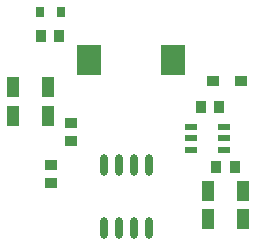
<source format=gbr>
%TF.GenerationSoftware,Altium Limited,Altium Designer,21.2.1 (34)*%
G04 Layer_Color=8421504*
%FSLAX26Y26*%
%MOIN*%
%TF.SameCoordinates,9B619AE5-86D3-421A-82E6-E0B3A417AA1F*%
%TF.FilePolarity,Positive*%
%TF.FileFunction,Paste,Top*%
%TF.Part,Single*%
G01*
G75*
%TA.AperFunction,SMDPad,CuDef*%
%ADD10R,0.036614X0.038583*%
%ADD11O,0.024803X0.073425*%
%ADD12R,0.038583X0.036614*%
%ADD13R,0.044488X0.070866*%
%ADD14R,0.039370X0.021654*%
%ADD15R,0.039370X0.032677*%
%ADD16R,0.078740X0.098425*%
%ADD17R,0.031496X0.037402*%
D10*
X3864370Y2440000D02*
D03*
X3925000D02*
D03*
X3329370Y2675000D02*
D03*
X3390000D02*
D03*
X3975630Y2240000D02*
D03*
X3915000D02*
D03*
D11*
X3540000Y2035548D02*
D03*
X3590000D02*
D03*
X3640000D02*
D03*
X3690000D02*
D03*
X3540000Y2246768D02*
D03*
X3590000D02*
D03*
X3640000D02*
D03*
X3690000D02*
D03*
D12*
X3430000Y2385315D02*
D03*
Y2324685D02*
D03*
X3365000Y2184685D02*
D03*
Y2245315D02*
D03*
D13*
X4003661Y2065000D02*
D03*
X3886339D02*
D03*
X3236339Y2410000D02*
D03*
X3353661D02*
D03*
X4003661Y2160000D02*
D03*
X3886339D02*
D03*
X3353661Y2505000D02*
D03*
X3236339D02*
D03*
D14*
X3940123Y2297599D02*
D03*
Y2334997D02*
D03*
Y2372395D02*
D03*
X3829879D02*
D03*
Y2334997D02*
D03*
Y2297599D02*
D03*
D15*
X3996457Y2525000D02*
D03*
X3903543D02*
D03*
D16*
X3490236Y2595000D02*
D03*
X3769764D02*
D03*
D17*
X3326567Y2757000D02*
D03*
X3397433D02*
D03*
%TF.MD5,cf5313a6a3d6451402b40c88519c46ca*%
M02*

</source>
